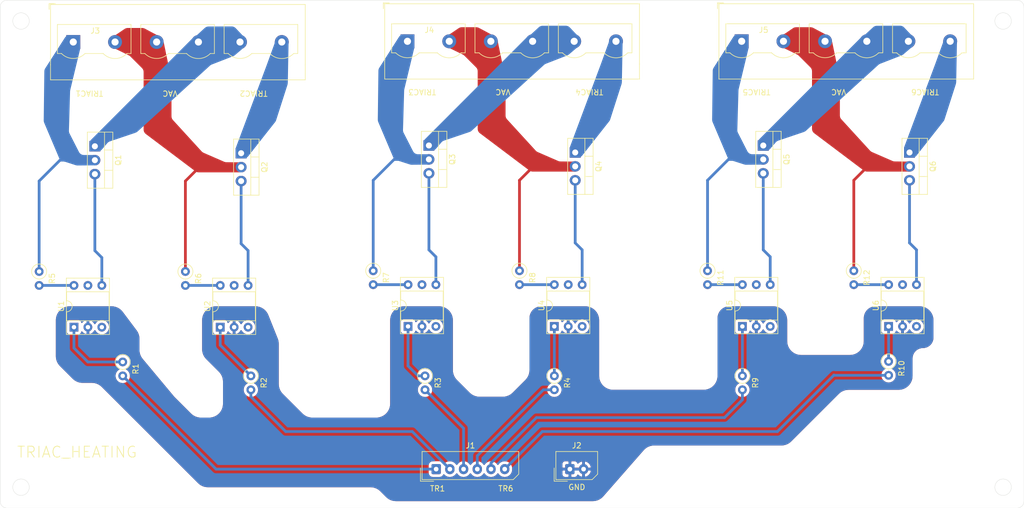
<source format=kicad_pcb>
(kicad_pcb (version 20171130) (host pcbnew "(5.1.8)-1")
  (layers (0 F.Cu signal) (31 B.Cu signal) (34 B.Paste user) (35 F.Paste user) (36 B.SilkS user) (37 F.SilkS user) (38 B.Mask user) (39 F.Mask user) (44 Edge.Cuts user))
  (net 0 "")
  (net 1 "Net-(J3-Pad6)")
  (net 2 "Net-(J3-Pad4)")
  (net 3 "Net-(J3-Pad2)")
  (net 4 "Net-(J3-Pad1)")
  (net 5 "Net-(J4-Pad6)")
  (net 6 "Net-(J4-Pad4)")
  (net 7 "Net-(J4-Pad2)")
  (net 8 "Net-(J4-Pad1)")
  (net 9 "Net-(J5-Pad2)")
  (net 10 "Net-(J5-Pad4)")
  (net 11 "Net-(J5-Pad1)")
  (net 12 /tr6)
  (net 13 /tr5)
  (net 14 /tr4)
  (net 15 /tr3)
  (net 16 /tr2)
  (net 17 /tr1)
  (net 18 GND)
  (net 19 "Net-(Q1-Pad3)")
  (net 20 "Net-(Q2-Pad3)")
  (net 21 "Net-(Q3-Pad3)")
  (net 22 "Net-(Q4-Pad3)")
  (net 23 "Net-(Q5-Pad3)")
  (net 24 "Net-(Q6-Pad3)")
  (net 25 "Net-(R1-Pad1)")
  (net 26 "Net-(R2-Pad1)")
  (net 27 "Net-(R3-Pad1)")
  (net 28 "Net-(R4-Pad1)")
  (net 29 "Net-(R5-Pad2)")
  (net 30 "Net-(R6-Pad2)")
  (net 31 "Net-(R7-Pad2)")
  (net 32 "Net-(R8-Pad2)")
  (net 33 "Net-(R9-Pad1)")
  (net 34 "Net-(R10-Pad1)")
  (net 35 "Net-(U1-Pad3)")
  (net 36 "Net-(U1-Pad5)")
  (net 37 "Net-(U2-Pad3)")
  (net 38 "Net-(U2-Pad5)")
  (net 39 "Net-(U3-Pad3)")
  (net 40 "Net-(U3-Pad5)")
  (net 41 "Net-(U4-Pad3)")
  (net 42 "Net-(U4-Pad5)")
  (net 43 "Net-(U5-Pad3)")
  (net 44 "Net-(U5-Pad5)")
  (net 45 "Net-(U6-Pad3)")
  (net 46 "Net-(U6-Pad5)")
  (net 47 "Net-(J5-Pad6)")
  (net 48 "Net-(R11-Pad2)")
  (net 49 "Net-(R12-Pad2)")
  (module Package_DIP:DIP-6_W7.62mm_Socket (layer F.Cu) (at 93.472 118.11 90)
    (fp_text reference U2 (at 3.81 -2.33 90) (layer F.SilkS))
    (fp_text value MOC3021M)
    (pad 6 thru_hole oval (at 7.62 0 90) (size 1.6 1.6) (drill 0.8) (layers *.Cu *.Mask) (net 30 "Net-(R6-Pad2)"))
    (pad 3 thru_hole oval (at 0 5.08 90) (size 1.6 1.6) (drill 0.8) (layers *.Cu *.Mask) (net 37 "Net-(U2-Pad3)"))
    (pad 5 thru_hole oval (at 7.62 2.54 90) (size 1.6 1.6) (drill 0.8) (layers *.Cu *.Mask) (net 38 "Net-(U2-Pad5)"))
    (pad 2 thru_hole oval (at 0 2.54 90) (size 1.6 1.6) (drill 0.8) (layers *.Cu *.Mask) (net 18 GND))
    (pad 4 thru_hole oval (at 7.62 5.08 90) (size 1.6 1.6) (drill 0.8) (layers *.Cu *.Mask) (net 20 "Net-(Q2-Pad3)"))
    (pad 1 thru_hole rect (at 0 0 90) (size 1.6 1.6) (drill 0.8) (layers *.Cu *.Mask) (net 26 "Net-(R2-Pad1)"))
  )
  (module Package_DIP:DIP-6_W7.62mm_Socket (layer F.Cu) (at 215.347 117.9726 90)
    (fp_text reference U6 (at 3.81 -2.33 90) (layer F.SilkS))
    (fp_text value MOC3021M)
    (pad 6 thru_hole oval (at 7.62 0 90) (size 1.6 1.6) (drill 0.8) (layers *.Cu *.Mask) (net 49 "Net-(R12-Pad2)"))
    (pad 3 thru_hole oval (at 0 5.08 90) (size 1.6 1.6) (drill 0.8) (layers *.Cu *.Mask) (net 45 "Net-(U6-Pad3)"))
    (pad 5 thru_hole oval (at 7.62 2.54 90) (size 1.6 1.6) (drill 0.8) (layers *.Cu *.Mask) (net 46 "Net-(U6-Pad5)"))
    (pad 2 thru_hole oval (at 0 2.54 90) (size 1.6 1.6) (drill 0.8) (layers *.Cu *.Mask) (net 18 GND))
    (pad 4 thru_hole oval (at 7.62 5.08 90) (size 1.6 1.6) (drill 0.8) (layers *.Cu *.Mask) (net 24 "Net-(Q6-Pad3)"))
    (pad 1 thru_hole rect (at 0 0 90) (size 1.6 1.6) (drill 0.8) (layers *.Cu *.Mask) (net 34 "Net-(R10-Pad1)"))
  )
  (module Package_DIP:DIP-6_W7.62mm_Socket (layer F.Cu) (at 188.677 117.9726 90)
    (fp_text reference U5 (at 3.81 -2.33 90) (layer F.SilkS))
    (fp_text value MOC3021M)
    (pad 6 thru_hole oval (at 7.62 0 90) (size 1.6 1.6) (drill 0.8) (layers *.Cu *.Mask) (net 48 "Net-(R11-Pad2)"))
    (pad 3 thru_hole oval (at 0 5.08 90) (size 1.6 1.6) (drill 0.8) (layers *.Cu *.Mask) (net 43 "Net-(U5-Pad3)"))
    (pad 5 thru_hole oval (at 7.62 2.54 90) (size 1.6 1.6) (drill 0.8) (layers *.Cu *.Mask) (net 44 "Net-(U5-Pad5)"))
    (pad 2 thru_hole oval (at 0 2.54 90) (size 1.6 1.6) (drill 0.8) (layers *.Cu *.Mask) (net 18 GND))
    (pad 4 thru_hole oval (at 7.62 5.08 90) (size 1.6 1.6) (drill 0.8) (layers *.Cu *.Mask) (net 23 "Net-(Q5-Pad3)"))
    (pad 1 thru_hole rect (at 0 0 90) (size 1.6 1.6) (drill 0.8) (layers *.Cu *.Mask) (net 33 "Net-(R9-Pad1)"))
  )
  (module Package_DIP:DIP-6_W7.62mm_Socket (layer F.Cu) (at 154.387 117.9726 90)
    (fp_text reference U4 (at 3.81 -2.33 90) (layer F.SilkS))
    (fp_text value MOC3021M)
    (pad 6 thru_hole oval (at 7.62 0 90) (size 1.6 1.6) (drill 0.8) (layers *.Cu *.Mask) (net 32 "Net-(R8-Pad2)"))
    (pad 3 thru_hole oval (at 0 5.08 90) (size 1.6 1.6) (drill 0.8) (layers *.Cu *.Mask) (net 41 "Net-(U4-Pad3)"))
    (pad 5 thru_hole oval (at 7.62 2.54 90) (size 1.6 1.6) (drill 0.8) (layers *.Cu *.Mask) (net 42 "Net-(U4-Pad5)"))
    (pad 2 thru_hole oval (at 0 2.54 90) (size 1.6 1.6) (drill 0.8) (layers *.Cu *.Mask) (net 18 GND))
    (pad 4 thru_hole oval (at 7.62 5.08 90) (size 1.6 1.6) (drill 0.8) (layers *.Cu *.Mask) (net 22 "Net-(Q4-Pad3)"))
    (pad 1 thru_hole rect (at 0 0 90) (size 1.6 1.6) (drill 0.8) (layers *.Cu *.Mask) (net 28 "Net-(R4-Pad1)"))
  )
  (module Package_DIP:DIP-6_W7.62mm_Socket (layer F.Cu) (at 127.717 117.9726 90)
    (fp_text reference U3 (at 3.81 -2.33 90) (layer F.SilkS))
    (fp_text value MOC3021M)
    (pad 6 thru_hole oval (at 7.62 0 90) (size 1.6 1.6) (drill 0.8) (layers *.Cu *.Mask) (net 31 "Net-(R7-Pad2)"))
    (pad 3 thru_hole oval (at 0 5.08 90) (size 1.6 1.6) (drill 0.8) (layers *.Cu *.Mask) (net 39 "Net-(U3-Pad3)"))
    (pad 5 thru_hole oval (at 7.62 2.54 90) (size 1.6 1.6) (drill 0.8) (layers *.Cu *.Mask) (net 40 "Net-(U3-Pad5)"))
    (pad 2 thru_hole oval (at 0 2.54 90) (size 1.6 1.6) (drill 0.8) (layers *.Cu *.Mask) (net 18 GND))
    (pad 4 thru_hole oval (at 7.62 5.08 90) (size 1.6 1.6) (drill 0.8) (layers *.Cu *.Mask) (net 21 "Net-(Q3-Pad3)"))
    (pad 1 thru_hole rect (at 0 0 90) (size 1.6 1.6) (drill 0.8) (layers *.Cu *.Mask) (net 27 "Net-(R3-Pad1)"))
  )
  (module Package_DIP:DIP-6_W7.62mm_Socket (layer F.Cu) (at 66.802 118.11 90)
    (fp_text reference U1 (at 3.81 -2.33 90) (layer F.SilkS))
    (fp_text value MOC3021M)
    (pad 6 thru_hole oval (at 7.62 0 90) (size 1.6 1.6) (drill 0.8) (layers *.Cu *.Mask) (net 29 "Net-(R5-Pad2)"))
    (pad 3 thru_hole oval (at 0 5.08 90) (size 1.6 1.6) (drill 0.8) (layers *.Cu *.Mask) (net 35 "Net-(U1-Pad3)"))
    (pad 5 thru_hole oval (at 7.62 2.54 90) (size 1.6 1.6) (drill 0.8) (layers *.Cu *.Mask) (net 36 "Net-(U1-Pad5)"))
    (pad 2 thru_hole oval (at 0 2.54 90) (size 1.6 1.6) (drill 0.8) (layers *.Cu *.Mask) (net 18 GND))
    (pad 4 thru_hole oval (at 7.62 5.08 90) (size 1.6 1.6) (drill 0.8) (layers *.Cu *.Mask) (net 19 "Net-(Q1-Pad3)"))
    (pad 1 thru_hole rect (at 0 0 90) (size 1.6 1.6) (drill 0.8) (layers *.Cu *.Mask) (net 25 "Net-(R1-Pad1)"))
  )
  (module Resistor_THT:R_Axial_DIN0207_L6.3mm_D2.5mm_P2.54mm_Vertical (layer F.Cu) (at 208.997 107.8126 270)
    (fp_text reference R12 (at 1.27 -2.37 90) (layer F.SilkS))
    (fp_text value 200)
    (pad 2 thru_hole oval (at 2.54 0 270) (size 1.6 1.6) (drill 0.8) (layers *.Cu *.Mask) (net 49 "Net-(R12-Pad2)"))
    (pad 1 thru_hole circle (at 0 0 270) (size 1.6 1.6) (drill 0.8) (layers *.Cu *.Mask) (net 9 "Net-(J5-Pad2)"))
  )
  (module Resistor_THT:R_Axial_DIN0207_L6.3mm_D2.5mm_P2.54mm_Vertical (layer F.Cu) (at 182.327 107.8126 270)
    (fp_text reference R11 (at 1.27 -2.37 90) (layer F.SilkS))
    (fp_text value 200)
    (pad 2 thru_hole oval (at 2.54 0 270) (size 1.6 1.6) (drill 0.8) (layers *.Cu *.Mask) (net 48 "Net-(R11-Pad2)"))
    (pad 1 thru_hole circle (at 0 0 270) (size 1.6 1.6) (drill 0.8) (layers *.Cu *.Mask) (net 11 "Net-(J5-Pad1)"))
  )
  (module Resistor_THT:R_Axial_DIN0207_L6.3mm_D2.5mm_P2.54mm_Vertical (layer F.Cu) (at 215.3412 124.3584 270)
    (fp_text reference R10 (at 1.27 -2.37 90) (layer F.SilkS))
    (fp_text value 100)
    (pad 2 thru_hole oval (at 2.54 0 270) (size 1.6 1.6) (drill 0.8) (layers *.Cu *.Mask) (net 12 /tr6))
    (pad 1 thru_hole circle (at 0 0 270) (size 1.6 1.6) (drill 0.8) (layers *.Cu *.Mask) (net 34 "Net-(R10-Pad1)"))
  )
  (module Resistor_THT:R_Axial_DIN0207_L6.3mm_D2.5mm_P2.54mm_Vertical (layer F.Cu) (at 188.6839 127 270)
    (fp_text reference R9 (at 1.27 -2.37 90) (layer F.SilkS))
    (fp_text value 100)
    (pad 2 thru_hole oval (at 2.54 0 270) (size 1.6 1.6) (drill 0.8) (layers *.Cu *.Mask) (net 13 /tr5))
    (pad 1 thru_hole circle (at 0 0 270) (size 1.6 1.6) (drill 0.8) (layers *.Cu *.Mask) (net 33 "Net-(R9-Pad1)"))
  )
  (module Resistor_THT:R_Axial_DIN0207_L6.3mm_D2.5mm_P2.54mm_Vertical (layer F.Cu) (at 148.037 107.8126 270)
    (fp_text reference R8 (at 1.27 -2.37 90) (layer F.SilkS))
    (fp_text value 200)
    (pad 2 thru_hole oval (at 2.54 0 270) (size 1.6 1.6) (drill 0.8) (layers *.Cu *.Mask) (net 32 "Net-(R8-Pad2)"))
    (pad 1 thru_hole circle (at 0 0 270) (size 1.6 1.6) (drill 0.8) (layers *.Cu *.Mask) (net 7 "Net-(J4-Pad2)"))
  )
  (module Resistor_THT:R_Axial_DIN0207_L6.3mm_D2.5mm_P2.54mm_Vertical (layer F.Cu) (at 121.367 107.8126 270)
    (fp_text reference R7 (at 1.27 -2.37 90) (layer F.SilkS))
    (fp_text value 200)
    (pad 2 thru_hole oval (at 2.54 0 270) (size 1.6 1.6) (drill 0.8) (layers *.Cu *.Mask) (net 31 "Net-(R7-Pad2)"))
    (pad 1 thru_hole circle (at 0 0 270) (size 1.6 1.6) (drill 0.8) (layers *.Cu *.Mask) (net 8 "Net-(J4-Pad1)"))
  )
  (module Resistor_THT:R_Axial_DIN0207_L6.3mm_D2.5mm_P2.54mm_Vertical (layer F.Cu) (at 87.122 107.95 270)
    (fp_text reference R6 (at 1.27 -2.37 90) (layer F.SilkS))
    (fp_text value 200)
    (pad 2 thru_hole oval (at 2.54 0 270) (size 1.6 1.6) (drill 0.8) (layers *.Cu *.Mask) (net 30 "Net-(R6-Pad2)"))
    (pad 1 thru_hole circle (at 0 0 270) (size 1.6 1.6) (drill 0.8) (layers *.Cu *.Mask) (net 3 "Net-(J3-Pad2)"))
  )
  (module Resistor_THT:R_Axial_DIN0207_L6.3mm_D2.5mm_P2.54mm_Vertical (layer F.Cu) (at 60.452 107.95 270)
    (fp_text reference R5 (at 1.27 -2.37 90) (layer F.SilkS))
    (fp_text value 200)
    (pad 2 thru_hole oval (at 2.54 0 270) (size 1.6 1.6) (drill 0.8) (layers *.Cu *.Mask) (net 29 "Net-(R5-Pad2)"))
    (pad 1 thru_hole circle (at 0 0 270) (size 1.6 1.6) (drill 0.8) (layers *.Cu *.Mask) (net 4 "Net-(J3-Pad1)"))
  )
  (module Resistor_THT:R_Axial_DIN0207_L6.3mm_D2.5mm_P2.54mm_Vertical (layer F.Cu) (at 154.3939 127 270)
    (fp_text reference R4 (at 1.27 -2.37 90) (layer F.SilkS))
    (fp_text value 100)
    (pad 2 thru_hole oval (at 2.54 0 270) (size 1.6 1.6) (drill 0.8) (layers *.Cu *.Mask) (net 14 /tr4))
    (pad 1 thru_hole circle (at 0 0 270) (size 1.6 1.6) (drill 0.8) (layers *.Cu *.Mask) (net 28 "Net-(R4-Pad1)"))
  )
  (module Resistor_THT:R_Axial_DIN0207_L6.3mm_D2.5mm_P2.54mm_Vertical (layer F.Cu) (at 130.81 127 270)
    (fp_text reference R3 (at 1.27 -2.37 90) (layer F.SilkS))
    (fp_text value 100)
    (pad 2 thru_hole oval (at 2.54 0 270) (size 1.6 1.6) (drill 0.8) (layers *.Cu *.Mask) (net 15 /tr3))
    (pad 1 thru_hole circle (at 0 0 270) (size 1.6 1.6) (drill 0.8) (layers *.Cu *.Mask) (net 27 "Net-(R3-Pad1)"))
  )
  (module Resistor_THT:R_Axial_DIN0207_L6.3mm_D2.5mm_P2.54mm_Vertical (layer F.Cu) (at 99.06 127 270)
    (fp_text reference R2 (at 1.27 -2.37 90) (layer F.SilkS))
    (fp_text value 100)
    (pad 2 thru_hole oval (at 2.54 0 270) (size 1.6 1.6) (drill 0.8) (layers *.Cu *.Mask) (net 16 /tr2))
    (pad 1 thru_hole circle (at 0 0 270) (size 1.6 1.6) (drill 0.8) (layers *.Cu *.Mask) (net 26 "Net-(R2-Pad1)"))
  )
  (module Resistor_THT:R_Axial_DIN0207_L6.3mm_D2.5mm_P2.54mm_Vertical (layer F.Cu) (at 75.692 124.46 270)
    (fp_text reference R1 (at 1.27 -2.37 90) (layer F.SilkS))
    (fp_text value 100)
    (pad 2 thru_hole oval (at 2.54 0 270) (size 1.6 1.6) (drill 0.8) (layers *.Cu *.Mask) (net 17 /tr1))
    (pad 1 thru_hole circle (at 0 0 270) (size 1.6 1.6) (drill 0.8) (layers *.Cu *.Mask) (net 25 "Net-(R1-Pad1)"))
  )
  (module Package_TO_SOT_THT:TO-220-3_Vertical (layer F.Cu) (at 219.157 86.2226 270)
    (fp_text reference Q6 (at 2.54 -4.27 90) (layer F.SilkS))
    (fp_text value BTA16-800BW)
    (pad 3 thru_hole oval (at 5.08 0 270) (size 1.905 2) (drill 1.1) (layers *.Cu *.Mask) (net 24 "Net-(Q6-Pad3)"))
    (pad 2 thru_hole oval (at 2.54 0 270) (size 1.905 2) (drill 1.1) (layers *.Cu *.Mask) (net 9 "Net-(J5-Pad2)"))
    (pad 1 thru_hole rect (at 0 0 270) (size 1.905 2) (drill 1.1) (layers *.Cu *.Mask) (net 47 "Net-(J5-Pad6)"))
  )
  (module Package_TO_SOT_THT:TO-220-3_Vertical (layer F.Cu) (at 192.487 84.9526 270)
    (fp_text reference Q5 (at 2.54 -4.27 90) (layer F.SilkS))
    (fp_text value BTA16-800BW)
    (pad 3 thru_hole oval (at 5.08 0 270) (size 1.905 2) (drill 1.1) (layers *.Cu *.Mask) (net 23 "Net-(Q5-Pad3)"))
    (pad 2 thru_hole oval (at 2.54 0 270) (size 1.905 2) (drill 1.1) (layers *.Cu *.Mask) (net 11 "Net-(J5-Pad1)"))
    (pad 1 thru_hole rect (at 0 0 270) (size 1.905 2) (drill 1.1) (layers *.Cu *.Mask) (net 10 "Net-(J5-Pad4)"))
  )
  (module Package_TO_SOT_THT:TO-220-3_Vertical (layer F.Cu) (at 158.197 86.2226 270)
    (fp_text reference Q4 (at 2.54 -4.27 90) (layer F.SilkS))
    (fp_text value BTA16-800BW)
    (pad 3 thru_hole oval (at 5.08 0 270) (size 1.905 2) (drill 1.1) (layers *.Cu *.Mask) (net 22 "Net-(Q4-Pad3)"))
    (pad 2 thru_hole oval (at 2.54 0 270) (size 1.905 2) (drill 1.1) (layers *.Cu *.Mask) (net 7 "Net-(J4-Pad2)"))
    (pad 1 thru_hole rect (at 0 0 270) (size 1.905 2) (drill 1.1) (layers *.Cu *.Mask) (net 5 "Net-(J4-Pad6)"))
  )
  (module Package_TO_SOT_THT:TO-220-3_Vertical (layer F.Cu) (at 131.520101 84.947407 270)
    (fp_text reference Q3 (at 2.54 -4.27 90) (layer F.SilkS))
    (fp_text value BTA16-800BW)
    (pad 3 thru_hole oval (at 5.08 0 270) (size 1.905 2) (drill 1.1) (layers *.Cu *.Mask) (net 21 "Net-(Q3-Pad3)"))
    (pad 2 thru_hole oval (at 2.54 0 270) (size 1.905 2) (drill 1.1) (layers *.Cu *.Mask) (net 8 "Net-(J4-Pad1)"))
    (pad 1 thru_hole rect (at 0 0 270) (size 1.905 2) (drill 1.1) (layers *.Cu *.Mask) (net 6 "Net-(J4-Pad4)"))
  )
  (module Package_TO_SOT_THT:TO-220-3_Vertical (layer F.Cu) (at 97.282 86.36 270)
    (fp_text reference Q2 (at 2.54 -4.27 90) (layer F.SilkS))
    (fp_text value BTA16-800BW)
    (pad 3 thru_hole oval (at 5.08 0 270) (size 1.905 2) (drill 1.1) (layers *.Cu *.Mask) (net 20 "Net-(Q2-Pad3)"))
    (pad 2 thru_hole oval (at 2.54 0 270) (size 1.905 2) (drill 1.1) (layers *.Cu *.Mask) (net 3 "Net-(J3-Pad2)"))
    (pad 1 thru_hole rect (at 0 0 270) (size 1.905 2) (drill 1.1) (layers *.Cu *.Mask) (net 1 "Net-(J3-Pad6)"))
  )
  (module Package_TO_SOT_THT:TO-220-3_Vertical (layer F.Cu) (at 70.612 85.09 270)
    (fp_text reference Q1 (at 2.54 -4.27 90) (layer F.SilkS))
    (fp_text value BTA16-800BW)
    (pad 3 thru_hole oval (at 5.08 0 270) (size 1.905 2) (drill 1.1) (layers *.Cu *.Mask) (net 19 "Net-(Q1-Pad3)"))
    (pad 2 thru_hole oval (at 2.54 0 270) (size 1.905 2) (drill 1.1) (layers *.Cu *.Mask) (net 4 "Net-(J3-Pad1)"))
    (pad 1 thru_hole rect (at 0 0 270) (size 1.905 2) (drill 1.1) (layers *.Cu *.Mask) (net 2 "Net-(J3-Pad4)"))
  )
  (module Connector_Molex:Molex_SPOX_5267-02A_1x02_P2.50mm_Vertical (layer F.Cu) (at 157.226 144.018)
    (fp_text reference J2 (at 1.25 -4.3) (layer F.SilkS))
    (fp_text value Conn_01x02_Male)
    (pad 2 thru_hole oval (at 2.5 0) (size 1.7 1.85) (drill 0.85) (layers *.Cu *.Mask) (net 18 GND))
    (pad 1 thru_hole roundrect (at 0 0) (size 1.7 1.85) (drill 0.85) (layers *.Cu *.Mask) (roundrect_rratio 0.1470588235294118) (net 18 GND))
  )
  (module newTerminal:BR_762K_6pin (layer F.Cu) (at 127.611661 65.934132)
    (fp_text reference J4 (at 4 -2.05) (layer F.SilkS))
    (fp_text value Screw_Terminal_01x06)
    (pad 6 thru_hole circle (at 38.02 0) (size 2.54 2.54) (drill 1.3) (layers *.Cu *.Mask) (net 5 "Net-(J4-Pad6)"))
    (pad 5 thru_hole circle (at 30.4 0) (size 2.54 2.54) (drill 1.3) (layers *.Cu *.Mask) (net 6 "Net-(J4-Pad4)"))
    (pad 4 thru_hole circle (at 22.82 0) (size 2.54 2.54) (drill 1.3) (layers *.Cu *.Mask) (net 6 "Net-(J4-Pad4)"))
    (pad 3 thru_hole circle (at 15.2 0) (size 2.54 2.54) (drill 1.3) (layers *.Cu *.Mask) (net 7 "Net-(J4-Pad2)"))
    (pad 2 thru_hole circle (at 7.62 0) (size 2.54 2.54) (drill 1.3) (layers *.Cu *.Mask) (net 7 "Net-(J4-Pad2)"))
    (pad 1 thru_hole rect (at 0 0) (size 2.54 2.54) (drill 1.3) (layers *.Cu *.Mask) (net 8 "Net-(J4-Pad1)"))
  )
  (module newTerminal:BR_762K_6pin (layer F.Cu) (at 188.55 65.928)
    (fp_text reference J5 (at 4 -2.05) (layer F.SilkS))
    (fp_text value Screw_Terminal_01x06)
    (pad 6 thru_hole circle (at 38.02 0) (size 2.54 2.54) (drill 1.3) (layers *.Cu *.Mask) (net 47 "Net-(J5-Pad6)"))
    (pad 5 thru_hole circle (at 30.4 0) (size 2.54 2.54) (drill 1.3) (layers *.Cu *.Mask) (net 10 "Net-(J5-Pad4)"))
    (pad 4 thru_hole circle (at 22.82 0) (size 2.54 2.54) (drill 1.3) (layers *.Cu *.Mask) (net 10 "Net-(J5-Pad4)"))
    (pad 3 thru_hole circle (at 15.2 0) (size 2.54 2.54) (drill 1.3) (layers *.Cu *.Mask) (net 9 "Net-(J5-Pad2)"))
    (pad 2 thru_hole circle (at 7.62 0) (size 2.54 2.54) (drill 1.3) (layers *.Cu *.Mask) (net 9 "Net-(J5-Pad2)"))
    (pad 1 thru_hole rect (at 0 0) (size 2.54 2.54) (drill 1.3) (layers *.Cu *.Mask) (net 11 "Net-(J5-Pad1)"))
  )
  (module newTerminal:BR_762K_6pin (layer F.Cu) (at 66.675 66.0654)
    (fp_text reference J3 (at 4 -2.05) (layer F.SilkS))
    (fp_text value Screw_Terminal_01x06)
    (pad 6 thru_hole circle (at 38.02 0) (size 2.54 2.54) (drill 1.3) (layers *.Cu *.Mask) (net 1 "Net-(J3-Pad6)"))
    (pad 5 thru_hole circle (at 30.4 0) (size 2.54 2.54) (drill 1.3) (layers *.Cu *.Mask) (net 2 "Net-(J3-Pad4)"))
    (pad 4 thru_hole circle (at 22.82 0) (size 2.54 2.54) (drill 1.3) (layers *.Cu *.Mask) (net 2 "Net-(J3-Pad4)"))
    (pad 3 thru_hole circle (at 15.2 0) (size 2.54 2.54) (drill 1.3) (layers *.Cu *.Mask) (net 3 "Net-(J3-Pad2)"))
    (pad 2 thru_hole circle (at 7.62 0) (size 2.54 2.54) (drill 1.3) (layers *.Cu *.Mask) (net 3 "Net-(J3-Pad2)"))
    (pad 1 thru_hole rect (at 0 0) (size 2.54 2.54) (drill 1.3) (layers *.Cu *.Mask) (net 4 "Net-(J3-Pad1)"))
  )
  (module Connector_Molex:Molex_SPOX_5267-06A_1x06_P2.50mm_Vertical (layer F.Cu) (at 132.842 144.018)
    (fp_text reference J1 (at 6.25 -4.3) (layer F.SilkS))
    (fp_text value Conn_01x06_Male)
    (pad 1 thru_hole roundrect (at 0 0) (size 1.7 1.85) (drill 0.85) (layers *.Cu *.Mask) (roundrect_rratio 0.1470588235294118) (net 17 /tr1))
    (pad 2 thru_hole oval (at 2.5 0) (size 1.7 1.85) (drill 0.85) (layers *.Cu *.Mask) (net 16 /tr2))
    (pad 3 thru_hole oval (at 5 0) (size 1.7 1.85) (drill 0.85) (layers *.Cu *.Mask) (net 15 /tr3))
    (pad 4 thru_hole oval (at 7.5 0) (size 1.7 1.85) (drill 0.85) (layers *.Cu *.Mask) (net 14 /tr4))
    (pad 5 thru_hole oval (at 10 0) (size 1.7 1.85) (drill 0.85) (layers *.Cu *.Mask) (net 13 /tr5))
    (pad 6 thru_hole oval (at 12.5 0) (size 1.7 1.85) (drill 0.85) (layers *.Cu *.Mask) (net 12 /tr6))
  )
  (gr_text TRIAC_HEATING (at 67.3608 140.9192) (layer F.SilkS) (effects (font (size 2 2))))
  (gr_circle (center 57.15 147.32) (end 58.65 147.32) (layer Edge.Cuts) (width 0.05))
  (gr_circle (center 57.15 62.23) (end 58.65 62.23) (layer Edge.Cuts) (width 0.05))
  (gr_circle (center 236.22 62.23) (end 237.72 62.23) (layer Edge.Cuts) (width 0.05))
  (gr_circle (center 236.22 147.32) (end 237.72 147.32) (layer Edge.Cuts) (width 0.05))
  (gr_arc (start 238.76 149.86) (end 238.76 151.13) (angle -90) (layer Edge.Cuts) (width 0.05))
  (gr_arc (start 54.61 149.86) (end 53.34 149.86) (angle -90) (layer Edge.Cuts) (width 0.05))
  (gr_arc (start 54.61 59.69) (end 54.61 58.42) (angle -90) (layer Edge.Cuts) (width 0.05))
  (gr_arc (start 238.76 59.69) (end 240.03 59.69) (angle -90) (layer Edge.Cuts) (width 0.05))
  (gr_line (start 54.61 151.13) (end 238.76 151.13) (layer Edge.Cuts) (width 0.05))
  (gr_line (start 54.61 58.42) (end 238.76 58.42) (layer Edge.Cuts) (width 0.05))
  (gr_line (start 53.34 149.86) (end 53.34 59.69) (layer Edge.Cuts) (width 0.05))
  (gr_line (start 240.03 149.86) (end 240.03 59.69) (layer Edge.Cuts) (width 0.05))
  (gr_text VAC (at 206.248 75.184 180) (layer F.SilkS) (effects (font (size 1 1))))
  (gr_text TRIAC3 (at 130.302 75.184 180) (layer F.SilkS) (effects (font (size 1 1))))
  (gr_text TRIAC2 (at 99.568 75.438 180) (layer F.SilkS) (effects (font (size 1 1))))
  (gr_text TRIAC5 (at 191.262 75.184 180) (layer F.SilkS) (effects (font (size 1 1))))
  (gr_text TRIAC4 (at 160.782 75.184 180) (layer F.SilkS) (effects (font (size 1 1))))
  (gr_text TRIAC1 (at 69.596 75.438 180) (layer F.SilkS) (effects (font (size 1 1))))
  (gr_text TRIAC6 (at 221.996 75.184 180) (layer F.SilkS) (effects (font (size 1 1))))
  (gr_text VAC (at 145.034 75.184 180) (layer F.SilkS) (effects (font (size 1 1))))
  (gr_text VAC (at 84.328 75.438 180) (layer F.SilkS) (effects (font (size 1 1))))
  (gr_text GND (at 158.496 147.32) (layer F.SilkS) (effects (font (size 1 1))))
  (gr_text TR6 (at 145.542 147.574) (layer F.SilkS) (effects (font (size 1 1))))
  (gr_text TR1 (at 133.096 147.574) (layer F.SilkS) (effects (font (size 1 1))))
  (segment (start 87.122 107.95) (end 87.122 91.44) (width 0.5) (layer F.Cu) (net 3))
  (segment (start 89.662 88.9) (end 97.282 88.9) (width 0.5) (layer F.Cu) (net 3))
  (segment (start 87.122 91.44) (end 89.662 88.9) (width 0.5) (layer F.Cu) (net 3))
  (segment (start 60.452 107.95) (end 60.452 91.44) (width 0.5) (layer B.Cu) (net 4))
  (segment (start 64.262 87.63) (end 70.612 87.63) (width 0.5) (layer B.Cu) (net 4))
  (segment (start 60.452 91.44) (end 64.262 87.63) (width 0.5) (layer B.Cu) (net 4))
  (segment (start 148.037 107.8126) (end 148.037 91.3026) (width 0.5) (layer F.Cu) (net 7))
  (segment (start 148.037 91.3026) (end 150.577 88.7626) (width 0.5) (layer F.Cu) (net 7))
  (segment (start 150.577 88.7626) (end 158.197 88.7626) (width 0.5) (layer F.Cu) (net 7))
  (segment (start 121.367 107.8126) (end 121.367 91.3026) (width 0.5) (layer B.Cu) (net 8))
  (segment (start 121.367 91.3026) (end 125.177 87.4926) (width 0.5) (layer B.Cu) (net 8))
  (segment (start 125.177 87.4926) (end 131.527 87.4926) (width 0.5) (layer B.Cu) (net 8))
  (segment (start 208.997 107.8126) (end 208.997 91.3026) (width 0.5) (layer F.Cu) (net 9))
  (segment (start 208.997 91.3026) (end 211.537 88.7626) (width 0.5) (layer F.Cu) (net 9))
  (segment (start 211.537 88.7626) (end 219.157 88.7626) (width 0.5) (layer F.Cu) (net 9))
  (segment (start 182.327 107.8126) (end 182.327 91.3026) (width 0.5) (layer B.Cu) (net 11))
  (segment (start 182.327 91.3026) (end 186.137 87.4926) (width 0.5) (layer B.Cu) (net 11))
  (segment (start 186.137 87.4926) (end 192.487 87.4926) (width 0.5) (layer B.Cu) (net 11))
  (segment (start 205.3694 126.8626) (end 195.072 137.16) (width 0.5) (layer B.Cu) (net 12))
  (segment (start 152.2 137.16) (end 145.342 144.018) (width 0.5) (layer B.Cu) (net 12))
  (segment (start 195.072 137.16) (end 152.2 137.16) (width 0.5) (layer B.Cu) (net 12))
  (segment (start 205.4052 126.8984) (end 205.3694 126.8626) (width 0.5) (layer B.Cu) (net 12))
  (segment (start 215.3412 126.8984) (end 205.4052 126.8984) (width 0.5) (layer B.Cu) (net 12))
  (segment (start 143.428509 144.018) (end 142.842 144.018) (width 0.5) (layer B.Cu) (net 13))
  (segment (start 188.6839 129.54) (end 188.6839 131.3561) (width 0.5) (layer B.Cu) (net 13))
  (segment (start 188.6839 131.3561) (end 185.42 134.62) (width 0.5) (layer B.Cu) (net 13))
  (segment (start 185.42 134.62) (end 151.13 134.62) (width 0.5) (layer B.Cu) (net 13))
  (segment (start 142.842 142.908) (end 142.842 144.018) (width 0.5) (layer B.Cu) (net 13))
  (segment (start 151.13 134.62) (end 142.842 142.908) (width 0.5) (layer B.Cu) (net 13))
  (segment (start 154.3939 129.54) (end 152.4 129.54) (width 0.5) (layer B.Cu) (net 14))
  (segment (start 140.342 141.598) (end 140.342 144.018) (width 0.5) (layer B.Cu) (net 14))
  (segment (start 152.4 129.54) (end 140.342 141.598) (width 0.5) (layer B.Cu) (net 14))
  (segment (start 137.842 136.572) (end 130.81 129.54) (width 0.5) (layer B.Cu) (net 15))
  (segment (start 137.842 144.018) (end 137.842 136.572) (width 0.5) (layer B.Cu) (net 15))
  (segment (start 128.484 137.16) (end 135.342 144.018) (width 0.5) (layer B.Cu) (net 16))
  (segment (start 105.41 137.16) (end 128.484 137.16) (width 0.5) (layer B.Cu) (net 16))
  (segment (start 99.06 130.81) (end 105.41 137.16) (width 0.5) (layer B.Cu) (net 16))
  (segment (start 99.06 129.54) (end 99.06 130.81) (width 0.5) (layer B.Cu) (net 16))
  (segment (start 92.71 144.018) (end 75.692 127) (width 0.5) (layer B.Cu) (net 17))
  (segment (start 132.842 144.018) (end 92.71 144.018) (width 0.5) (layer B.Cu) (net 17))
  (segment (start 157.226 144.018) (end 159.726 144.018) (width 0.5) (layer F.Cu) (net 18))
  (segment (start 157.226 118.2716) (end 156.927 117.9726) (width 0.5) (layer F.Cu) (net 18))
  (segment (start 71.882 110.49) (end 71.882 105.41) (width 0.5) (layer B.Cu) (net 19))
  (segment (start 70.612 104.14) (end 70.612 90.17) (width 0.5) (layer B.Cu) (net 19))
  (segment (start 71.882 105.41) (end 70.612 104.14) (width 0.5) (layer B.Cu) (net 19))
  (segment (start 98.552 110.49) (end 98.552 104.14) (width 0.5) (layer B.Cu) (net 20))
  (segment (start 97.282 102.87) (end 97.282 91.44) (width 0.5) (layer B.Cu) (net 20))
  (segment (start 98.552 104.14) (end 97.282 102.87) (width 0.5) (layer B.Cu) (net 20))
  (segment (start 132.797 110.3526) (end 132.797 105.2726) (width 0.5) (layer B.Cu) (net 21))
  (segment (start 131.527 104.0026) (end 131.527 90.0326) (width 0.5) (layer B.Cu) (net 21))
  (segment (start 132.797 105.2726) (end 131.527 104.0026) (width 0.5) (layer B.Cu) (net 21))
  (segment (start 158.197 102.7326) (end 158.197 91.3026) (width 0.5) (layer B.Cu) (net 22))
  (segment (start 159.467 110.3526) (end 159.467 104.0026) (width 0.5) (layer B.Cu) (net 22))
  (segment (start 159.467 104.0026) (end 158.197 102.7326) (width 0.5) (layer B.Cu) (net 22))
  (segment (start 193.757 110.3526) (end 193.757 105.2726) (width 0.5) (layer B.Cu) (net 23))
  (segment (start 192.487 104.0026) (end 192.487 90.0326) (width 0.5) (layer B.Cu) (net 23))
  (segment (start 193.757 105.2726) (end 192.487 104.0026) (width 0.5) (layer B.Cu) (net 23))
  (segment (start 219.157 102.7326) (end 219.157 91.3026) (width 0.5) (layer B.Cu) (net 24))
  (segment (start 220.427 110.3526) (end 220.427 104.0026) (width 0.5) (layer B.Cu) (net 24))
  (segment (start 220.427 104.0026) (end 219.157 102.7326) (width 0.5) (layer B.Cu) (net 24))
  (segment (start 66.802 118.11) (end 66.802 121.92) (width 0.5) (layer B.Cu) (net 25))
  (segment (start 69.342 124.46) (end 75.692 124.46) (width 0.5) (layer B.Cu) (net 25))
  (segment (start 66.802 121.92) (end 69.342 124.46) (width 0.5) (layer B.Cu) (net 25))
  (segment (start 93.472 121.412) (end 93.472 118.11) (width 0.5) (layer B.Cu) (net 26))
  (segment (start 96.52 124.46) (end 93.472 121.412) (width 0.5) (layer B.Cu) (net 26))
  (segment (start 96.52 124.46) (end 99.06 127) (width 0.5) (layer B.Cu) (net 26))
  (segment (start 130.81 127) (end 129.54 127) (width 0.5) (layer B.Cu) (net 27))
  (segment (start 127.717 125.177) (end 127.717 117.9726) (width 0.5) (layer B.Cu) (net 27))
  (segment (start 129.54 127) (end 127.717 125.177) (width 0.5) (layer B.Cu) (net 27))
  (segment (start 154.3939 117.9795) (end 154.387 117.9726) (width 0.5) (layer B.Cu) (net 28))
  (segment (start 154.3939 127) (end 154.3939 117.9795) (width 0.5) (layer B.Cu) (net 28))
  (segment (start 66.802 110.49) (end 60.452 110.49) (width 0.5) (layer B.Cu) (net 29))
  (segment (start 87.122 110.49) (end 93.472 110.49) (width 0.5) (layer B.Cu) (net 30))
  (segment (start 127.717 110.3526) (end 121.367 110.3526) (width 0.5) (layer B.Cu) (net 31))
  (segment (start 148.037 110.3526) (end 154.387 110.3526) (width 0.5) (layer B.Cu) (net 32))
  (segment (start 188.6839 117.9795) (end 188.677 117.9726) (width 0.5) (layer B.Cu) (net 33))
  (segment (start 188.6839 127) (end 188.6839 117.9795) (width 0.5) (layer B.Cu) (net 33))
  (segment (start 215.3412 117.9784) (end 215.347 117.9726) (width 0.5) (layer B.Cu) (net 34))
  (segment (start 215.3412 124.3584) (end 215.3412 117.9784) (width 0.5) (layer B.Cu) (net 34))
  (segment (start 188.677 110.3526) (end 182.327 110.3526) (width 0.5) (layer B.Cu) (net 48))
  (segment (start 208.997 110.3526) (end 215.347 110.3526) (width 0.5) (layer B.Cu) (net 49))
  (zone (net 2) (net_name "Net-(J3-Pad4)") (layer B.Cu) (connect_pads yes (clearance 0.508)) (min_thickness 0.254) (fill yes (arc_segments 32) (thermal_gap 0.508) (thermal_bridge_width 0.508) (smoothing fillet) (radius 1))
    (polygon (pts (xy 69.615753 84.211851) (xy 69.608336 86.030755) (xy 71.592788 86.030755) (xy 73.080596 84.291963) (xy 78.232 82.55) (xy 91.749291 70.240909) (xy 96.012 68.58) (xy 97.712345 67.13344) (xy 97.93744 66.937186) (xy 98.331357 66.022737) (xy 98.049988 65.192698) (xy 97.571661 64.882489) (xy 95.995995 63.222412) (xy 90.932 63.237184) (xy 89.144661 64.882489) (xy 88.815334 64.981667)))
  )
  (zone (net 4) (net_name "Net-(J3-Pad1)") (layer B.Cu) (connect_pads yes (clearance 0.508)) (min_thickness 0.254) (fill yes (arc_segments 32) (thermal_gap 0.508) (thermal_bridge_width 0.508) (smoothing fillet) (radius 1))
    (polygon (pts (xy 67.891327 64.813963) (xy 67.929592 67.322144) (xy 66.095796 74.936072) (xy 65.873402 82.524905) (xy 67.993796 86.686113) (xy 70.590845 86.686113) (xy 71.304804 86.986666) (xy 71.512455 87.782659) (xy 71.194917 88.371032) (xy 70.608568 88.573615) (xy 67.296442 88.601288) (xy 64.262 87.63) (xy 61.284328 80.598819) (xy 61.403934 71.12) (xy 65.448889 64.804194)))
  )
  (zone (net 1) (net_name "Net-(J3-Pad6)") (layer B.Cu) (connect_pads yes (clearance 0.508)) (min_thickness 0.254) (fill yes (arc_segments 32) (thermal_gap 0.508) (thermal_bridge_width 0.508) (smoothing fillet) (radius 1))
    (polygon (pts (xy 105.168293 64.970937) (xy 105.934495 65.945274) (xy 105.787673 73.701256) (xy 103.60306 80.522546) (xy 98.266085 87.300692) (xy 96.305896 87.288989) (xy 96.294193 85.428272) (xy 101.972774 70.205966) (xy 103.412197 66.23763) (xy 103.484168 65.690649) (xy 104.319033 64.927755)))
  )
  (zone (net 3) (net_name "Net-(J3-Pad2)") (layer F.Cu) (connect_pads yes (clearance 0.508)) (min_thickness 0.254) (fill yes (arc_segments 32) (thermal_gap 0.508) (thermal_bridge_width 0.508) (smoothing fillet) (radius 1))
    (polygon (pts (xy 84.582 72.950034) (xy 84.582 80.01) (xy 90.239706 86.197705) (xy 94.37085 87.997703) (xy 97.262517 88.030348) (xy 97.982228 88.318233) (xy 98.246122 88.929987) (xy 97.958238 89.553737) (xy 97.382468 89.853617) (xy 89.195627 89.854331) (xy 79.502 82.55) (xy 79.502 71.12) (xy 76.962 68.58) (xy 74.37948 67.316522) (xy 73.469484 67.004764) (xy 73.309392 65.328012) (xy 74.422 64.77) (xy 76.291086 63.5) (xy 79.502 63.5) (xy 81.898348 64.780659) (xy 83.120102 65.890068)))
  )
  (zone (net 7) (net_name "Net-(J4-Pad2)") (layer F.Cu) (connect_pads yes (clearance 0.508)) (min_thickness 0.254) (fill yes (arc_segments 32) (thermal_gap 0.508) (thermal_bridge_width 0.508) (smoothing fillet) (radius 1))
    (polygon (pts (xy 145.497 72.812634) (xy 145.497 79.8726) (xy 151.154706 86.060305) (xy 155.28585 87.860303) (xy 158.177517 87.892948) (xy 158.897228 88.180833) (xy 159.161122 88.792587) (xy 158.873238 89.416337) (xy 158.297468 89.716217) (xy 150.110627 89.716931) (xy 140.417 82.4126) (xy 140.417 70.9826) (xy 137.877 68.4426) (xy 135.29448 67.179122) (xy 134.384484 66.867364) (xy 134.224392 65.190612) (xy 135.337 64.6326) (xy 137.206086 63.3626) (xy 140.417 63.3626) (xy 142.813348 64.643259) (xy 144.035102 65.752668)))
  )
  (zone (net 5) (net_name "Net-(J4-Pad6)") (layer B.Cu) (connect_pads yes (clearance 0.508)) (min_thickness 0.254) (fill yes (arc_segments 32) (thermal_gap 0.508) (thermal_bridge_width 0.508) (smoothing fillet) (radius 1))
    (polygon (pts (xy 166.083293 64.833537) (xy 166.849495 65.807874) (xy 166.702673 73.563856) (xy 164.51806 80.385146) (xy 159.181085 87.163292) (xy 157.220896 87.151589) (xy 157.209193 85.290872) (xy 162.887774 70.068566) (xy 164.327197 66.10023) (xy 164.399168 65.553249) (xy 165.234033 64.790355)))
  )
  (zone (net 8) (net_name "Net-(J4-Pad1)") (layer B.Cu) (connect_pads yes (clearance 0.508)) (min_thickness 0.254) (fill yes (arc_segments 32) (thermal_gap 0.508) (thermal_bridge_width 0.508) (smoothing fillet) (radius 1))
    (polygon (pts (xy 128.806327 64.676563) (xy 128.844592 67.184744) (xy 127.010796 74.798672) (xy 126.788402 82.387505) (xy 128.908796 86.548713) (xy 131.505845 86.548713) (xy 132.219804 86.849266) (xy 132.427455 87.645259) (xy 132.109917 88.233632) (xy 131.523568 88.436215) (xy 128.211442 88.463888) (xy 125.177 87.4926) (xy 122.199328 80.461419) (xy 122.318934 71.012501) (xy 126.363889 64.666794)))
  )
  (zone (net 6) (net_name "Net-(J4-Pad4)") (layer B.Cu) (connect_pads yes (clearance 0.508)) (min_thickness 0.254) (fill yes (arc_segments 32) (thermal_gap 0.508) (thermal_bridge_width 0.508) (smoothing fillet) (radius 1))
    (polygon (pts (xy 130.530753 84.074451) (xy 130.523336 85.893355) (xy 132.507788 85.893355) (xy 133.995596 84.154563) (xy 139.147 82.4126) (xy 152.664291 70.103509) (xy 156.927 68.4426) (xy 158.627345 66.99604) (xy 158.85244 66.799786) (xy 159.246357 65.885337) (xy 158.964988 65.055298) (xy 158.486661 64.745089) (xy 156.910995 63.085012) (xy 151.847 63.099784) (xy 150.059661 64.745089) (xy 149.730334 64.844267)))
  )
  (zone (net 9) (net_name "Net-(J5-Pad2)") (layer F.Cu) (connect_pads yes (clearance 0.508)) (min_thickness 0.254) (fill yes (arc_segments 32) (thermal_gap 0.508) (thermal_bridge_width 0.508) (smoothing fillet) (radius 1))
    (polygon (pts (xy 206.457 72.812634) (xy 206.457 79.8726) (xy 212.114706 86.060305) (xy 216.24585 87.860303) (xy 219.137517 87.892948) (xy 219.857228 88.180833) (xy 220.121122 88.792587) (xy 219.833238 89.416337) (xy 219.257468 89.716217) (xy 211.070627 89.716931) (xy 201.377 82.4126) (xy 201.377 70.9826) (xy 198.837 68.4426) (xy 196.25448 67.179122) (xy 195.344484 66.867364) (xy 195.184392 65.190612) (xy 196.297 64.6326) (xy 198.166086 63.3626) (xy 201.377 63.3626) (xy 203.773348 64.643259) (xy 204.995102 65.752668)))
  )
  (zone (net 47) (net_name "Net-(J5-Pad6)") (layer B.Cu) (connect_pads yes (clearance 0.508)) (min_thickness 0.254) (fill yes (arc_segments 32) (thermal_gap 0.508) (thermal_bridge_width 0.508) (smoothing fillet) (radius 1))
    (polygon (pts (xy 227.043293 64.833537) (xy 227.809495 65.807874) (xy 227.662673 73.563856) (xy 225.47806 80.385146) (xy 220.141085 87.163292) (xy 218.180896 87.151589) (xy 218.169193 85.290872) (xy 223.847774 70.068566) (xy 225.287197 66.10023) (xy 225.359168 65.553249) (xy 226.194033 64.790355)))
  )
  (zone (net 11) (net_name "Net-(J5-Pad1)") (layer B.Cu) (connect_pads yes (clearance 0.508)) (min_thickness 0.254) (fill yes (arc_segments 32) (thermal_gap 0.508) (thermal_bridge_width 0.508) (smoothing fillet) (radius 1))
    (polygon (pts (xy 189.766327 64.676563) (xy 189.804592 67.184744) (xy 187.970796 74.798672) (xy 187.748402 82.387505) (xy 189.868796 86.548713) (xy 192.465845 86.548713) (xy 193.179804 86.849266) (xy 193.387455 87.645259) (xy 193.069917 88.233632) (xy 192.483568 88.436215) (xy 189.171442 88.463888) (xy 186.137 87.4926) (xy 183.159328 80.461419) (xy 183.278934 71.012501) (xy 187.323889 64.666794)))
  )
  (zone (net 10) (net_name "Net-(J5-Pad4)") (layer B.Cu) (connect_pads yes (clearance 0.508)) (min_thickness 0.254) (fill yes (arc_segments 32) (thermal_gap 0.508) (thermal_bridge_width 0.508) (smoothing fillet) (radius 1))
    (polygon (pts (xy 191.490753 84.074451) (xy 191.483336 85.893355) (xy 193.467788 85.893355) (xy 194.955596 84.154563) (xy 200.107 82.4126) (xy 213.624291 70.103509) (xy 217.887 68.4426) (xy 219.587345 66.99604) (xy 219.81244 66.799786) (xy 220.206357 65.885337) (xy 219.924988 65.055298) (xy 219.446661 64.745089) (xy 217.870995 63.085012) (xy 212.807 63.099784) (xy 211.019661 64.745089) (xy 210.690334 64.844267)))
  )
  (zone (net 18) (net_name GND) (layer B.Cu) (connect_pads (clearance 0.508)) (min_thickness 0.254) (fill yes (arc_segments 32) (thermal_gap 0.508) (thermal_bridge_width 0.508) (smoothing fillet) (radius 2.54))
    (polygon (pts (xy 78.74 119.38) (xy 78.74 123.19) (xy 85.09 130.81) (xy 88.9 134.62) (xy 93.98 134.62) (xy 93.98 127) (xy 90.17 123.19) (xy 90.17 114.3) (xy 101.6 114.3) (xy 104.14 120.65) (xy 104.14 129.54) (xy 109.22 134.62) (xy 124.46 134.62) (xy 124.46 123.19) (xy 124.46 114.3) (xy 135.89 114.3) (xy 135.89 127) (xy 139.7 130.81) (xy 146.05 130.81) (xy 149.86 127) (xy 149.86 115.57) (xy 151.13 114.3) (xy 162.56 114.3) (xy 162.56 129.54) (xy 184.15 129.54) (xy 184.15 115.57) (xy 185.42 114.3) (xy 196.85 114.3) (xy 196.85 123.19) (xy 210.82 123.19) (xy 210.82 115.57) (xy 212.09 114.3) (xy 223.52 114.3) (xy 223.52 121.92) (xy 219.71 121.92) (xy 219.71 129.54) (xy 207.01 129.54) (xy 196.85 139.7) (xy 171.45 139.7) (xy 162.56 149.86) (xy 124.46 149.86) (xy 121.92 147.32) (xy 90.17 147.32) (xy 71.12 128.27) (xy 67.31 128.27) (xy 63.5 124.46) (xy 63.5 114.3) (xy 74.93 114.3)))
  )
  (zone (net 18) (net_name GND) (layer F.Cu) (connect_pads (clearance 0.508)) (min_thickness 0.254) (fill yes (arc_segments 32) (thermal_gap 0.508) (thermal_bridge_width 0.508) (smoothing fillet) (radius 2.54))
    (polygon (pts (xy 78.74 119.38) (xy 78.74 123.19) (xy 85.09 130.81) (xy 88.9 134.62) (xy 93.98 134.62) (xy 93.98 127) (xy 90.17 123.19) (xy 90.17 114.3) (xy 101.6 114.3) (xy 104.14 120.65) (xy 104.14 129.54) (xy 109.22 134.62) (xy 124.46 134.62) (xy 124.46 123.19) (xy 124.46 114.3) (xy 135.89 114.3) (xy 135.89 127) (xy 139.7 130.81) (xy 146.05 130.81) (xy 149.86 127) (xy 149.86 115.57) (xy 151.13 114.3) (xy 162.56 114.3) (xy 162.56 129.54) (xy 184.15 129.54) (xy 184.15 115.57) (xy 185.42 114.3) (xy 196.85 114.3) (xy 196.85 123.19) (xy 210.82 123.19) (xy 210.82 115.57) (xy 212.09 114.3) (xy 223.52 114.3) (xy 223.52 121.92) (xy 219.71 121.92) (xy 219.71 129.54) (xy 207.01 129.54) (xy 196.85 139.7) (xy 171.45 139.7) (xy 162.56 149.86) (xy 124.46 149.86) (xy 121.92 147.32) (xy 90.17 147.32) (xy 71.12 128.27) (xy 67.31 128.27) (xy 63.5 124.46) (xy 63.5 114.3) (xy 74.93 114.3)))
  )
)
</source>
